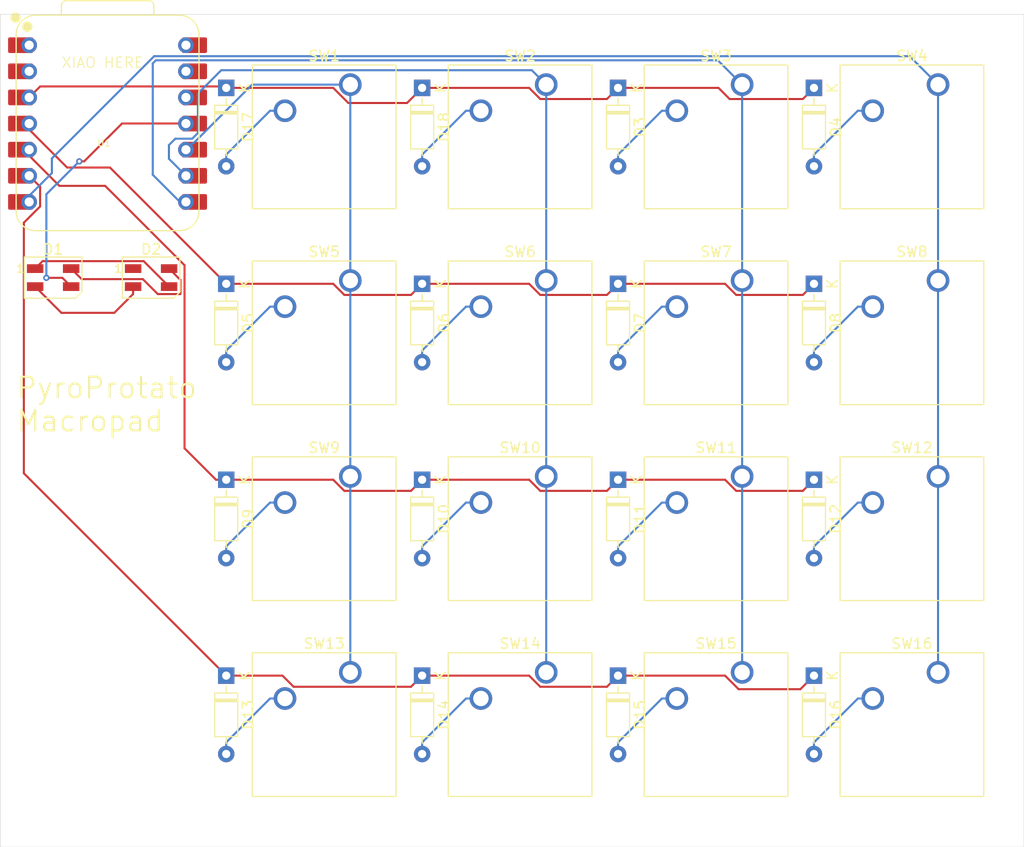
<source format=kicad_pcb>
(kicad_pcb (version 20240108) (generator "pcbnew") (generator_version "8.0")
  (layers (0 "F.Cu" signal) (31 "B.Cu" signal) (34 "B.Paste" user) (35 "F.Paste" user) (36 "B.SilkS" user "B.Silkscreen") (37 "F.SilkS" user "F.Silkscreen") (38 "B.Mask" user) (39 "F.Mask" user) (44 "Edge.Cuts" user))
  (net 0 "")
  (net 1 "Net-(D1-DIN)")
  (net 2 "+5V")
  (net 3 "GND")
  (net 4 "Net-(D1-DOUT)")
  (net 6 "Net-(U1-GPIO0{slash}TX)")
  (net 7 "Net-(U1-GPIO1{slash}RX)")
  (net 8 "Net-(U1-GPIO2{slash}SCK)")
  (net 9 "Net-(U1-GPIO4{slash}MISO)")
  (net 13 "Net-(D3-A)")
  (net 14 "Net-(D17-K)")
  (net 15 "Net-(D4-A)")
  (net 16 "Net-(D5-K)")
  (net 17 "Net-(D5-A)")
  (net 18 "Net-(D6-A)")
  (net 19 "Net-(D7-A)")
  (net 20 "Net-(D8-A)")
  (net 21 "Net-(D9-A)")
  (net 22 "Net-(D10-K)")
  (net 23 "Net-(D10-A)")
  (net 24 "Net-(D11-A)")
  (net 25 "Net-(D12-A)")
  (net 26 "Net-(D13-A)")
  (net 27 "Net-(D13-K)")
  (net 28 "Net-(D14-A)")
  (net 29 "Net-(D15-A)")
  (net 30 "Net-(D16-A)")
  (net 31 "Net-(D17-A)")
  (net 32 "Net-(D18-A)")
  (footprint "Diode_THT:D_DO-35_SOD27_P7.62mm_Horizontal" (layer "F.Cu") (at 109.5375 59.53125 -90)
    (property "Reference" "D18" (at 3.81 -2.12 90) (layer "F.SilkS"))
    (property "Value" "D")
    (fp_text user "K" (at 0 -1.8 90) (layer "F.SilkS"))
    (pad "1" thru_hole rect (at 0 0 270) (size 1.6 1.6) (drill 0.8) (layers "*.Cu" "*.Mask") (net 14 "Net-(D17-K)"))
    (pad "2" thru_hole oval (at 7.62 0 270) (size 1.6 1.6) (drill 0.8) (layers "*.Cu" "*.Mask") (net 32 "Net-(D18-A)"))
  )
  (footprint "Diode_THT:D_DO-35_SOD27_P7.62mm_Horizontal" (layer "F.Cu") (at 90.4875 78.58125 -90)
    (property "Reference" "D5" (at 3.81 -2.12 90) (layer "F.SilkS"))
    (property "Value" "D")
    (fp_text user "K" (at 0 -1.8 90) (layer "F.SilkS"))
    (pad "1" thru_hole rect (at 0 0 270) (size 1.6 1.6) (drill 0.8) (layers "*.Cu" "*.Mask") (net 16 "Net-(D5-K)"))
    (pad "2" thru_hole oval (at 7.62 0 270) (size 1.6 1.6) (drill 0.8) (layers "*.Cu" "*.Mask") (net 17 "Net-(D5-A)"))
  )
  (footprint "Button_Switch_Keyboard:SW_Cherry_MX_1.00u_PCB" (layer "F.Cu") (at 140.6525 116.36375)
    (property "Reference" "SW15" (at -2.54 -2.794 0) (layer "F.SilkS"))
    (property "Value" "SW_Push")
    (pad "" np_thru_hole circle (at -7.62 5.08) (size 1.7 1.7) (drill 1.7) (layers "*.Cu" "*.Mask"))
    (pad "" np_thru_hole circle (at -2.54 5.08) (size 4 4) (drill 4) (layers "*.Cu" "*.Mask"))
    (pad "" np_thru_hole circle (at 2.54 5.08) (size 1.7 1.7) (drill 1.7) (layers "*.Cu" "*.Mask"))
    (pad "1" thru_hole circle (at 0 0) (size 2.2 2.2) (drill 1.5) (layers "*.Cu" "*.Mask") (net 7 "Net-(U1-GPIO1{slash}RX)"))
    (pad "2" thru_hole circle (at -6.35 2.54) (size 2.2 2.2) (drill 1.5) (layers "*.Cu" "*.Mask") (net 29 "Net-(D15-A)"))
  )
  (footprint "Diode_THT:D_DO-35_SOD27_P7.62mm_Horizontal" (layer "F.Cu") (at 128.5875 59.53125 -90)
    (property "Reference" "D3" (at 3.81 -2.12 90) (layer "F.SilkS"))
    (property "Value" "D")
    (fp_text user "K" (at 0 -1.8 90) (layer "F.SilkS"))
    (pad "1" thru_hole rect (at 0 0 270) (size 1.6 1.6) (drill 0.8) (layers "*.Cu" "*.Mask") (net 14 "Net-(D17-K)"))
    (pad "2" thru_hole oval (at 7.62 0 270) (size 1.6 1.6) (drill 0.8) (layers "*.Cu" "*.Mask") (net 13 "Net-(D3-A)"))
  )
  (footprint "Diode_THT:D_DO-35_SOD27_P7.62mm_Horizontal" (layer "F.Cu") (at 147.6375 116.68125 -90)
    (property "Reference" "D16" (at 3.81 -2.12 90) (layer "F.SilkS"))
    (property "Value" "D")
    (fp_text user "K" (at 0 -1.8 90) (layer "F.SilkS"))
    (pad "1" thru_hole rect (at 0 0 270) (size 1.6 1.6) (drill 0.8) (layers "*.Cu" "*.Mask") (net 27 "Net-(D13-K)"))
    (pad "2" thru_hole oval (at 7.62 0 270) (size 1.6 1.6) (drill 0.8) (layers "*.Cu" "*.Mask") (net 30 "Net-(D16-A)"))
  )
  (footprint "Button_Switch_Keyboard:SW_Cherry_MX_1.00u_PCB" (layer "F.Cu") (at 102.5525 59.21375)
    (property "Reference" "SW1" (at -2.54 -2.794 0) (layer "F.SilkS"))
    (property "Value" "SW_Push")
    (pad "" np_thru_hole circle (at -7.62 5.08) (size 1.7 1.7) (drill 1.7) (layers "*.Cu" "*.Mask"))
    (pad "" np_thru_hole circle (at -2.54 5.08) (size 4 4) (drill 4) (layers "*.Cu" "*.Mask"))
    (pad "" np_thru_hole circle (at 2.54 5.08) (size 1.7 1.7) (drill 1.7) (layers "*.Cu" "*.Mask"))
    (pad "1" thru_hole circle (at 0 0) (size 2.2 2.2) (drill 1.5) (layers "*.Cu" "*.Mask") (net 9 "Net-(U1-GPIO4{slash}MISO)"))
    (pad "2" thru_hole circle (at -6.35 2.54) (size 2.2 2.2) (drill 1.5) (layers "*.Cu" "*.Mask") (net 31 "Net-(D17-A)"))
  )
  (footprint "Button_Switch_Keyboard:SW_Cherry_MX_1.00u_PCB" (layer "F.Cu") (at 102.5525 97.31375)
    (property "Reference" "SW9" (at -2.54 -2.794 0) (layer "F.SilkS"))
    (property "Value" "SW_Push")
    (pad "" np_thru_hole circle (at -7.62 5.08) (size 1.7 1.7) (drill 1.7) (layers "*.Cu" "*.Mask"))
    (pad "" np_thru_hole circle (at -2.54 5.08) (size 4 4) (drill 4) (layers "*.Cu" "*.Mask"))
    (pad "" np_thru_hole circle (at 2.54 5.08) (size 1.7 1.7) (drill 1.7) (layers "*.Cu" "*.Mask"))
    (pad "1" thru_hole circle (at 0 0) (size 2.2 2.2) (drill 1.5) (layers "*.Cu" "*.Mask") (net 9 "Net-(U1-GPIO4{slash}MISO)"))
    (pad "2" thru_hole circle (at -6.35 2.54) (size 2.2 2.2) (drill 1.5) (layers "*.Cu" "*.Mask") (net 21 "Net-(D9-A)"))
  )
  (footprint "Button_Switch_Keyboard:SW_Cherry_MX_1.00u_PCB" (layer "F.Cu") (at 159.7025 116.36375)
    (property "Reference" "SW16" (at -2.54 -2.794 0) (layer "F.SilkS"))
    (property "Value" "SW_Push")
    (pad "" np_thru_hole circle (at -7.62 5.08) (size 1.7 1.7) (drill 1.7) (layers "*.Cu" "*.Mask"))
    (pad "" np_thru_hole circle (at -2.54 5.08) (size 4 4) (drill 4) (layers "*.Cu" "*.Mask"))
    (pad "" np_thru_hole circle (at 2.54 5.08) (size 1.7 1.7) (drill 1.7) (layers "*.Cu" "*.Mask"))
    (pad "1" thru_hole circle (at 0 0) (size 2.2 2.2) (drill 1.5) (layers "*.Cu" "*.Mask") (net 6 "Net-(U1-GPIO0{slash}TX)"))
    (pad "2" thru_hole circle (at -6.35 2.54) (size 2.2 2.2) (drill 1.5) (layers "*.Cu" "*.Mask") (net 30 "Net-(D16-A)"))
  )
  (footprint "Diode_THT:D_DO-35_SOD27_P7.62mm_Horizontal" (layer "F.Cu") (at 147.6375 59.53125 -90)
    (property "Reference" "D4" (at 3.81 -2.12 90) (layer "F.SilkS"))
    (property "Value" "D")
    (fp_text user "K" (at 0 -1.8 90) (layer "F.SilkS"))
    (pad "1" thru_hole rect (at 0 0 270) (size 1.6 1.6) (drill 0.8) (layers "*.Cu" "*.Mask") (net 14 "Net-(D17-K)"))
    (pad "2" thru_hole oval (at 7.62 0 270) (size 1.6 1.6) (drill 0.8) (layers "*.Cu" "*.Mask") (net 15 "Net-(D4-A)"))
  )
  (footprint "Button_Switch_Keyboard:SW_Cherry_MX_1.00u_PCB" (layer "F.Cu") (at 140.6525 59.21375)
    (property "Reference" "SW3" (at -2.54 -2.794 0) (layer "F.SilkS"))
    (property "Value" "SW_Push")
    (pad "" np_thru_hole circle (at -7.62 5.08) (size 1.7 1.7) (drill 1.7) (layers "*.Cu" "*.Mask"))
    (pad "" np_thru_hole circle (at -2.54 5.08) (size 4 4) (drill 4) (layers "*.Cu" "*.Mask"))
    (pad "" np_thru_hole circle (at 2.54 5.08) (size 1.7 1.7) (drill 1.7) (layers "*.Cu" "*.Mask"))
    (pad "1" thru_hole circle (at 0 0) (size 2.2 2.2) (drill 1.5) (layers "*.Cu" "*.Mask") (net 7 "Net-(U1-GPIO1{slash}RX)"))
    (pad "2" thru_hole circle (at -6.35 2.54) (size 2.2 2.2) (drill 1.5) (layers "*.Cu" "*.Mask") (net 13 "Net-(D3-A)"))
  )
  (footprint "Diode_THT:D_DO-35_SOD27_P7.62mm_Horizontal" (layer "F.Cu") (at 109.5375 97.63125 -90)
    (property "Reference" "D10" (at 3.81 -2.12 90) (layer "F.SilkS"))
    (property "Value" "D")
    (fp_text user "K" (at 0 -1.8 90) (layer "F.SilkS"))
    (pad "1" thru_hole rect (at 0 0 270) (size 1.6 1.6) (drill 0.8) (layers "*.Cu" "*.Mask") (net 22 "Net-(D10-K)"))
    (pad "2" thru_hole oval (at 7.62 0 270) (size 1.6 1.6) (drill 0.8) (layers "*.Cu" "*.Mask") (net 23 "Net-(D10-A)"))
  )
  (footprint "Button_Switch_Keyboard:SW_Cherry_MX_1.00u_PCB" (layer "F.Cu") (at 121.6025 78.26375)
    (property "Reference" "SW6" (at -2.54 -2.794 0) (layer "F.SilkS"))
    (property "Value" "SW_Push")
    (pad "" np_thru_hole circle (at -7.62 5.08) (size 1.7 1.7) (drill 1.7) (layers "*.Cu" "*.Mask"))
    (pad "" np_thru_hole circle (at -2.54 5.08) (size 4 4) (drill 4) (layers "*.Cu" "*.Mask"))
    (pad "" np_thru_hole circle (at 2.54 5.08) (size 1.7 1.7) (drill 1.7) (layers "*.Cu" "*.Mask"))
    (pad "1" thru_hole circle (at 0 0) (size 2.2 2.2) (drill 1.5) (layers "*.Cu" "*.Mask") (net 8 "Net-(U1-GPIO2{slash}SCK)"))
    (pad "2" thru_hole circle (at -6.35 2.54) (size 2.2 2.2) (drill 1.5) (layers "*.Cu" "*.Mask") (net 18 "Net-(D6-A)"))
  )
  (footprint "Button_Switch_Keyboard:SW_Cherry_MX_1.00u_PCB" (layer "F.Cu") (at 121.6025 97.31375)
    (property "Reference" "SW10" (at -2.54 -2.794 0) (layer "F.SilkS"))
    (property "Value" "SW_Push")
    (pad "" np_thru_hole circle (at -7.62 5.08) (size 1.7 1.7) (drill 1.7) (layers "*.Cu" "*.Mask"))
    (pad "" np_thru_hole circle (at -2.54 5.08) (size 4 4) (drill 4) (layers "*.Cu" "*.Mask"))
    (pad "" np_thru_hole circle (at 2.54 5.08) (size 1.7 1.7) (drill 1.7) (layers "*.Cu" "*.Mask"))
    (pad "1" thru_hole circle (at 0 0) (size 2.2 2.2) (drill 1.5) (layers "*.Cu" "*.Mask") (net 8 "Net-(U1-GPIO2{slash}SCK)"))
    (pad "2" thru_hole circle (at -6.35 2.54) (size 2.2 2.2) (drill 1.5) (layers "*.Cu" "*.Mask") (net 23 "Net-(D10-A)"))
  )
  (footprint "Button_Switch_Keyboard:SW_Cherry_MX_1.00u_PCB" (layer "F.Cu") (at 102.5525 78.26375)
    (property "Reference" "SW5" (at -2.54 -2.794 0) (layer "F.SilkS"))
    (property "Value" "SW_Push")
    (pad "" np_thru_hole circle (at -7.62 5.08) (size 1.7 1.7) (drill 1.7) (layers "*.Cu" "*.Mask"))
    (pad "" np_thru_hole circle (at -2.54 5.08) (size 4 4) (drill 4) (layers "*.Cu" "*.Mask"))
    (pad "" np_thru_hole circle (at 2.54 5.08) (size 1.7 1.7) (drill 1.7) (layers "*.Cu" "*.Mask"))
    (pad "1" thru_hole circle (at 0 0) (size 2.2 2.2) (drill 1.5) (layers "*.Cu" "*.Mask") (net 9 "Net-(U1-GPIO4{slash}MISO)"))
    (pad "2" thru_hole circle (at -6.35 2.54) (size 2.2 2.2) (drill 1.5) (layers "*.Cu" "*.Mask") (net 17 "Net-(D5-A)"))
  )
  (footprint "Diode_THT:D_DO-35_SOD27_P7.62mm_Horizontal" (layer "F.Cu") (at 128.5875 78.58125 -90)
    (property "Reference" "D7" (at 3.81 -2.12 90) (layer "F.SilkS"))
    (property "Value" "D")
    (fp_text user "K" (at 0 -1.8 90) (layer "F.SilkS"))
    (pad "1" thru_hole rect (at 0 0 270) (size 1.6 1.6) (drill 0.8) (layers "*.Cu" "*.Mask") (net 16 "Net-(D5-K)"))
    (pad "2" thru_hole oval (at 7.62 0 270) (size 1.6 1.6) (drill 0.8) (layers "*.Cu" "*.Mask") (net 19 "Net-(D7-A)"))
  )
  (footprint "Diode_THT:D_DO-35_SOD27_P7.62mm_Horizontal" (layer "F.Cu") (at 109.5375 78.58125 -90)
    (property "Reference" "D6" (at 3.81 -2.12 90) (layer "F.SilkS"))
    (property "Value" "D")
    (fp_text user "K" (at 0 -1.8 90) (layer "F.SilkS"))
    (pad "1" thru_hole rect (at 0 0 270) (size 1.6 1.6) (drill 0.8) (layers "*.Cu" "*.Mask") (net 16 "Net-(D5-K)"))
    (pad "2" thru_hole oval (at 7.62 0 270) (size 1.6 1.6) (drill 0.8) (layers "*.Cu" "*.Mask") (net 18 "Net-(D6-A)"))
  )
  (footprint "Diode_THT:D_DO-35_SOD27_P7.62mm_Horizontal" (layer "F.Cu") (at 109.5375 116.68125 -90)
    (property "Reference" "D14" (at 3.81 -2.12 90) (layer "F.SilkS"))
    (property "Value" "D")
    (fp_text user "K" (at 0 -1.8 90) (layer "F.SilkS"))
    (pad "1" thru_hole rect (at 0 0 270) (size 1.6 1.6) (drill 0.8) (layers "*.Cu" "*.Mask") (net 27 "Net-(D13-K)"))
    (pad "2" thru_hole oval (at 7.62 0 270) (size 1.6 1.6) (drill 0.8) (layers "*.Cu" "*.Mask") (net 28 "Net-(D14-A)"))
  )
  (footprint "Diode_THT:D_DO-35_SOD27_P7.62mm_Horizontal" (layer "F.Cu") (at 147.6375 78.58125 -90)
    (property "Reference" "D8" (at 3.81 -2.12 90) (layer "F.SilkS"))
    (property "Value" "D")
    (fp_text user "K" (at 0 -1.8 90) (layer "F.SilkS"))
    (pad "1" thru_hole rect (at 0 0 270) (size 1.6 1.6) (drill 0.8) (layers "*.Cu" "*.Mask") (net 16 "Net-(D5-K)"))
    (pad "2" thru_hole oval (at 7.62 0 270) (size 1.6 1.6) (drill 0.8) (layers "*.Cu" "*.Mask") (net 20 "Net-(D8-A)"))
  )
  (footprint "Diode_THT:D_DO-35_SOD27_P7.62mm_Horizontal" (layer "F.Cu") (at 147.6375 97.63125 -90)
    (property "Reference" "D12" (at 3.81 -2.12 90) (layer "F.SilkS"))
    (property "Value" "D")
    (fp_text user "K" (at 0 -1.8 90) (layer "F.SilkS"))
    (pad "1" thru_hole rect (at 0 0 270) (size 1.6 1.6) (drill 0.8) (layers "*.Cu" "*.Mask") (net 22 "Net-(D10-K)"))
    (pad "2" thru_hole oval (at 7.62 0 270) (size 1.6 1.6) (drill 0.8) (layers "*.Cu" "*.Mask") (net 25 "Net-(D12-A)"))
  )
  (footprint "Button_Switch_Keyboard:SW_Cherry_MX_1.00u_PCB" (layer "F.Cu") (at 140.6525 78.26375)
    (property "Reference" "SW7" (at -2.54 -2.794 0) (layer "F.SilkS"))
    (property "Value" "SW_Push")
    (pad "" np_thru_hole circle (at -7.62 5.08) (size 1.7 1.7) (drill 1.7) (layers "*.Cu" "*.Mask"))
    (pad "" np_thru_hole circle (at -2.54 5.08) (size 4 4) (drill 4) (layers "*.Cu" "*.Mask"))
    (pad "" np_thru_hole circle (at 2.54 5.08) (size 1.7 1.7) (drill 1.7) (layers "*.Cu" "*.Mask"))
    (pad "1" thru_hole circle (at 0 0) (size 2.2 2.2) (drill 1.5) (layers "*.Cu" "*.Mask") (net 7 "Net-(U1-GPIO1{slash}RX)"))
    (pad "2" thru_hole circle (at -6.35 2.54) (size 2.2 2.2) (drill 1.5) (layers "*.Cu" "*.Mask") (net 19 "Net-(D7-A)"))
  )
  (footprint "Button_Switch_Keyboard:SW_Cherry_MX_1.00u_PCB" (layer "F.Cu") (at 121.6025 59.21375)
    (property "Reference" "SW2" (at -2.54 -2.794 0) (layer "F.SilkS"))
    (property "Value" "SW_Push")
    (pad "" np_thru_hole circle (at -7.62 5.08) (size 1.7 1.7) (drill 1.7) (layers "*.Cu" "*.Mask"))
    (pad "" np_thru_hole circle (at -2.54 5.08) (size 4 4) (drill 4) (layers "*.Cu" "*.Mask"))
    (pad "" np_thru_hole circle (at 2.54 5.08) (size 1.7 1.7) (drill 1.7) (layers "*.Cu" "*.Mask"))
    (pad "1" thru_hole circle (at 0 0) (size 2.2 2.2) (drill 1.5) (layers "*.Cu" "*.Mask") (net 8 "Net-(U1-GPIO2{slash}SCK)"))
    (pad "2" thru_hole circle (at -6.35 2.54) (size 2.2 2.2) (drill 1.5) (layers "*.Cu" "*.Mask") (net 32 "Net-(D18-A)"))
  )
  (footprint "LED_SMD:LED_SK6812MINI_PLCC4_3.5x3.5mm_P1.75mm" (layer "F.Cu") (at 73.66 77.978)
    (property "Reference" "D1" (at 0 -2.75 0) (layer "F.SilkS"))
    (property "Value" "SK6812MINI")
    (fp_text user "1" (at -3.2 -0.875 0) (layer "F.SilkS") (effects (font (size 0.8 0.8))))
    (pad "1" smd rect (at -1.75 -0.875) (size 1.6 0.85) (layers "F.Cu" "F.Paste" "F.Mask") (net 4 "Net-(D1-DOUT)"))
    (pad "2" smd rect (at -1.75 0.875) (size 1.6 0.85) (layers "F.Cu" "F.Paste" "F.Mask") (net 3 "GND"))
    (pad "3" smd rect (at 1.75 0.875) (size 1.6 0.85) (layers "F.Cu" "F.Paste" "F.Mask") (net 1 "Net-(D1-DIN)"))
    (pad "4" smd rect (at 1.75 -0.875) (size 1.6 0.85) (layers "F.Cu" "F.Paste" "F.Mask") (net 2 "+5V"))
  )
  (footprint "Button_Switch_Keyboard:SW_Cherry_MX_1.00u_PCB" (layer "F.Cu") (at 140.6525 97.31375)
    (property "Reference" "SW11" (at -2.54 -2.794 0) (layer "F.SilkS"))
    (property "Value" "SW_Push")
    (pad "" np_thru_hole circle (at -7.62 5.08) (size 1.7 1.7) (drill 1.7) (layers "*.Cu" "*.Mask"))
    (pad "" np_thru_hole circle (at -2.54 5.08) (size 4 4) (drill 4) (layers "*.Cu" "*.Mask"))
    (pad "" np_thru_hole circle (at 2.54 5.08) (size 1.7 1.7) (drill 1.7) (layers "*.Cu" "*.Mask"))
    (pad "1" thru_hole circle (at 0 0) (size 2.2 2.2) (drill 1.5) (layers "*.Cu" "*.Mask") (net 7 "Net-(U1-GPIO1{slash}RX)"))
    (pad "2" thru_hole circle (at -6.35 2.54) (size 2.2 2.2) (drill 1.5) (layers "*.Cu" "*.Mask") (net 24 "Net-(D11-A)"))
  )
  (footprint "LED_SMD:LED_SK6812MINI_PLCC4_3.5x3.5mm_P1.75mm" (layer "F.Cu") (at 83.185 77.978)
    (property "Reference" "D2" (at 0 -2.75 0) (layer "F.SilkS"))
    (property "Value" "SK6812MINI")
    (fp_text user "1" (at -3.2 -0.875 0) (layer "F.SilkS") (effects (font (size 0.8 0.8))))
    (pad "1" smd rect (at -1.75 -0.875) (size 1.6 0.85) (layers "F.Cu" "F.Paste" "F.Mask"))
    (pad "2" smd rect (at -1.75 0.875) (size 1.6 0.85) (layers "F.Cu" "F.Paste" "F.Mask") (net 3 "GND"))
    (pad "3" smd rect (at 1.75 0.875) (size 1.6 0.85) (layers "F.Cu" "F.Paste" "F.Mask") (net 4 "Net-(D1-DOUT)"))
    (pad "4" smd rect (at 1.75 -0.875) (size 1.6 0.85) (layers "F.Cu" "F.Paste" "F.Mask") (net 2 "+5V"))
  )
  (footprint "Diode_THT:D_DO-35_SOD27_P7.62mm_Horizontal" (layer "F.Cu") (at 90.4875 116.68125 -90)
    (property "Reference" "D13" (at 3.81 -2.12 90) (layer "F.SilkS"))
    (property "Value" "D")
    (fp_text user "K" (at 0 -1.8 90) (layer "F.SilkS"))
    (pad "1" thru_hole rect (at 0 0 270) (size 1.6 1.6) (drill 0.8) (layers "*.Cu" "*.Mask") (net 27 "Net-(D13-K)"))
    (pad "2" thru_hole oval (at 7.62 0 270) (size 1.6 1.6) (drill 0.8) (layers "*.Cu" "*.Mask") (net 26 "Net-(D13-A)"))
  )
  (footprint "Diode_THT:D_DO-35_SOD27_P7.62mm_Horizontal" (layer "F.Cu") (at 90.4875 97.63125 -90)
    (property "Reference" "D9" (at 3.81 -2.12 90) (layer "F.SilkS"))
    (property "Value" "D")
    (fp_text user "K" (at 0 -1.8 90) (layer "F.SilkS"))
    (pad "1" thru_hole rect (at 0 0 270) (size 1.6 1.6) (drill 0.8) (layers "*.Cu" "*.Mask") (net 22 "Net-(D10-K)"))
    (pad "2" thru_hole oval (at 7.62 0 270) (size 1.6 1.6) (drill 0.8) (layers "*.Cu" "*.Mask") (net 21 "Net-(D9-A)"))
  )
  (footprint "Diode_THT:D_DO-35_SOD27_P7.62mm_Horizontal" (layer "F.Cu") (at 90.4875 59.53125 -90)
    (property "Reference" "D17" (at 3.81 -2.12 90) (layer "F.SilkS"))
    (property "Value" "D")
    (fp_text user "K" (at 0 -1.8 90) (layer "F.SilkS"))
    (pad "1" thru_hole rect (at 0 0 270) (size 1.6 1.6) (drill 0.8) (layers "*.Cu" "*.Mask") (net 14 "Net-(D17-K)"))
    (pad "2" thru_hole oval (at 7.62 0 270) (size 1.6 1.6) (drill 0.8) (layers "*.Cu" "*.Mask") (net 31 "Net-(D17-A)"))
  )
  (footprint "Button_Switch_Keyboard:SW_Cherry_MX_1.00u_PCB" (layer "F.Cu") (at 121.6025 116.36375)
    (property "Reference" "SW14" (at -2.54 -2.794 0) (layer "F.SilkS"))
    (property "Value" "SW_Push")
    (pad "" np_thru_hole circle (at -7.62 5.08) (size 1.7 1.7) (drill 1.7) (layers "*.Cu" "*.Mask"))
    (pad "" np_thru_hole circle (at -2.54 5.08) (size 4 4) (drill 4) (layers "*.Cu" "*.Mask"))
    (pad "" np_thru_hole circle (at 2.54 5.08) (size 1.7 1.7) (drill 1.7) (layers "*.Cu" "*.Mask"))
    (pad "1" thru_hole circle (at 0 0) (size 2.2 2.2) (drill 1.5) (layers "*.Cu" "*.Mask") (net 8 "Net-(U1-GPIO2{slash}SCK)"))
    (pad "2" thru_hole circle (at -6.35 2.54) (size 2.2 2.2) (drill 1.5) (layers "*.Cu" "*.Mask") (net 28 "Net-(D14-A)"))
  )
  (footprint "Button_Switch_Keyboard:SW_Cherry_MX_1.00u_PCB" (layer "F.Cu") (at 159.7025 59.21375)
    (property "Reference" "SW4" (at -2.54 -2.794 0) (layer "F.SilkS"))
    (property "Value" "SW_Push")
    (pad "" np_thru_hole circle (at -7.62 5.08) (size 1.7 1.7) (drill 1.7) (layers "*.Cu" "*.Mask"))
    (pad "" np_thru_hole circle (at -2.54 5.08) (size 4 4) (drill 4) (layers "*.Cu" "*.Mask"))
    (pad "" np_thru_hole circle (at 2.54 5.08) (size 1.7 1.7) (drill 1.7) (layers "*.Cu" "*.Mask"))
    (pad "1" thru_hole circle (at 0 0) (size 2.2 2.2) (drill 1.5) (layers "*.Cu" "*.Mask") (net 6 "Net-(U1-GPIO0{slash}TX)"))
    (pad "2" thru_hole circle (at -6.35 2.54) (size 2.2 2.2) (drill 1.5) (layers "*.Cu" "*.Mask") (net 15 "Net-(D4-A)"))
  )
  (footprint "Diode_THT:D_DO-35_SOD27_P7.62mm_Horizontal" (layer "F.Cu") (at 128.5875 116.68125 -90)
    (property "Reference" "D15" (at 3.81 -2.12 90) (layer "F.SilkS"))
    (property "Value" "D")
    (fp_text user "K" (at 0 -1.8 90) (layer "F.SilkS"))
    (pad "1" thru_hole rect (at 0 0 270) (size 1.6 1.6) (drill 0.8) (layers "*.Cu" "*.Mask") (net 27 "Net-(D13-K)"))
    (pad "2" thru_hole oval (at 7.62 0 270) (size 1.6 1.6) (drill 0.8) (layers "*.Cu" "*.Mask") (net 29 "Net-(D15-A)"))
  )
  (footprint "Button_Switch_Keyboard:SW_Cherry_MX_1.00u_PCB" (layer "F.Cu") (at 159.7025 97.31375)
    (property "Reference" "SW12" (at -2.54 -2.794 0) (layer "F.SilkS"))
    (property "Value" "SW_Push")
    (pad "" np_thru_hole circle (at -7.62 5.08) (size 1.7 1.7) (drill 1.7) (layers "*.Cu" "*.Mask"))
    (pad "" np_thru_hole circle (at -2.54 5.08) (size 4 4) (drill 4) (layers "*.Cu" "*.Mask"))
    (pad "" np_thru_hole circle (at 2.54 5.08) (size 1.7 1.7) (drill 1.7) (layers "*.Cu" "*.Mask"))
    (pad "1" thru_hole circle (at 0 0) (size 2.2 2.2) (drill 1.5) (layers "*.Cu" "*.Mask") (net 6 "Net-(U1-GPIO0{slash}TX)"))
    (pad "2" thru_hole circle (at -6.35 2.54) (size 2.2 2.2) (drill 1.5) (layers "*.Cu" "*.Mask") (net 25 "Net-(D12-A)"))
  )
  (footprint "Button_Switch_Keyboard:SW_Cherry_MX_1.00u_PCB" (layer "F.Cu") (at 159.7025 78.26375)
    (property "Reference" "SW8" (at -2.54 -2.794 0) (layer "F.SilkS"))
    (property "Value" "SW_Push")
    (pad "" np_thru_hole circle (at -7.62 5.08) (size 1.7 1.7) (drill 1.7) (layers "*.Cu" "*.Mask"))
    (pad "" np_thru_hole circle (at -2.54 5.08) (size 4 4) (drill 4) (layers "*.Cu" "*.Mask"))
    (pad "" np_thru_hole circle (at 2.54 5.08) (size 1.7 1.7) (drill 1.7) (layers "*.Cu" "*.Mask"))
    (pad "1" thru_hole circle (at 0 0) (size 2.2 2.2) (drill 1.5) (layers "*.Cu" "*.Mask") (net 6 "Net-(U1-GPIO0{slash}TX)"))
    (pad "2" thru_hole circle (at -6.35 2.54) (size 2.2 2.2) (drill 1.5) (layers "*.Cu" "*.Mask") (net 20 "Net-(D8-A)"))
  )
  (footprint "Button_Switch_Keyboard:SW_Cherry_MX_1.00u_PCB" (layer "F.Cu") (at 102.5525 116.36375)
    (property "Reference" "SW13" (at -2.54 -2.794 0) (layer "F.SilkS"))
    (property "Value" "SW_Push")
    (pad "" np_thru_hole circle (at -7.62 5.08) (size 1.7 1.7) (drill 1.7) (layers "*.Cu" "*.Mask"))
    (pad "" np_thru_hole circle (at -2.54 5.08) (size 4 4) (drill 4) (layers "*.Cu" "*.Mask"))
    (pad "" np_thru_hole circle (at 2.54 5.08) (size 1.7 1.7) (drill 1.7) (layers "*.Cu" "*.Mask"))
    (pad "1" thru_hole circle (at 0 0) (size 2.2 2.2) (drill 1.5) (layers "*.Cu" "*.Mask") (net 9 "Net-(U1-GPIO4{slash}MISO)"))
    (pad "2" thru_hole circle (at -6.35 2.54) (size 2.2 2.2) (drill 1.5) (layers "*.Cu" "*.Mask") (net 26 "Net-(D13-A)"))
  )
  (footprint "OPL:XIAO-RP2040-DIP" (layer "F.Cu") (at 78.95 63)
    (property "Reference" "U1" (at -0.3425 1.905 0) (layer "F.SilkS") (effects (font (size 0.635 0.635) (thickness 0.1016))))
    (property "Value" "XIAO-RP2040-DIP")
    (pad "1" smd roundrect (at -8.455 -7.62 180) (size 2.432 1.524) (layers "F.Cu" "F.Mask") (roundrect_rratio 0.1))
    (pad "1" thru_hole circle (at -7.62 -7.62 180) (size 1.524 1.524) (drill 0.889) (layers "*.Cu" "*.Mask"))
    (pad "2" smd roundrect (at -8.455 -5.08 180) (size 2.432 1.524) (layers "F.Cu" "F.Mask") (roundrect_rratio 0.1))
    (pad "2" thru_hole circle (at -7.62 -5.08 180) (size 1.524 1.524) (drill 0.889) (layers "*.Cu" "*.Mask"))
    (pad "3" smd roundrect (at -8.455 -2.54 180) (size 2.432 1.524) (layers "F.Cu" "F.Mask") (roundrect_rratio 0.1) (net 14 "Net-(D17-K)"))
    (pad "3" thru_hole circle (at -7.62 -2.54 180) (size 1.524 1.524) (drill 0.889) (layers "*.Cu" "*.Mask") (net 14 "Net-(D17-K)"))
    (pad "4" smd roundrect (at -8.455 0 180) (size 2.432 1.524) (layers "F.Cu" "F.Mask") (roundrect_rratio 0.1) (net 16 "Net-(D5-K)"))
    (pad "4" thru_hole circle (at -7.62 0 180) (size 1.524 1.524) (drill 0.889) (layers "*.Cu" "*.Mask") (net 16 "Net-(D5-K)"))
    (pad "5" smd roundrect (at -8.455 2.54 180) (size 2.432 1.524) (layers "F.Cu" "F.Mask") (roundrect_rratio 0.1) (net 22 "Net-(D10-K)"))
    (pad "5" thru_hole circle (at -7.62 2.54 180) (size 1.524 1.524) (drill 0.889) (layers "*.Cu" "*.Mask") (net 22 "Net-(D10-K)"))
    (pad "6" smd roundrect (at -8.455 5.08 180) (size 2.432 1.524) (layers "F.Cu" "F.Mask") (roundrect_rratio 0.1) (net 27 "Net-(D13-K)"))
    (pad "6" thru_hole circle (at -7.62 5.08 180) (size 1.524 1.524) (drill 0.889) (layers "*.Cu" "*.Mask") (net 27 "Net-(D13-K)"))
    (pad "7" smd roundrect (at -8.455 7.62 180) (size 2.432 1.524) (layers "F.Cu" "F.Mask") (roundrect_rratio 0.1) (net 6 "Net-(U1-GPIO0{slash}TX)"))
    (pad "7" thru_hole circle (at -7.62 7.62 180) (size 1.524 1.524) (drill 0.889) (layers "*.Cu" "*.Mask") (net 6 "Net-(U1-GPIO0{slash}TX)"))
    (pad "8" thru_hole circle (at 7.62 7.62) (size 1.524 1.524) (drill 0.889) (layers "*.Cu" "*.Mask") (net 7 "Net-(U1-GPIO1{slash}RX)"))
    (pad "8" smd roundrect (at 8.455 7.62) (size 2.432 1.524) (layers "F.Cu" "F.Mask") (roundrect_rratio 0.1) (net 7 "Net-(U1-GPIO1{slash}RX)"))
    (pad "9" thru_hole circle (at 7.62 5.08) (size 1.524 1.524) (drill 0.889) (layers "*.Cu" "*.Mask") (net 8 "Net-(U1-GPIO2{slash}SCK)"))
    (pad "9" smd roundrect (at 8.455 5.08) (size 2.432 1.524) (layers "F.Cu" "F.Mask") (roundrect_rratio 0.1) (net 8 "Net-(U1-GPIO2{slash}SCK)"))
    (pad "10" thru_hole circle (at 7.62 2.54) (size 1.524 1.524) (drill 0.889) (layers "*.Cu" "*.Mask") (net 9 "Net-(U1-GPIO4{slash}MISO)"))
    (pad "10" smd roundrect (at 8.455 2.54) (size 2.432 1.524) (layers "F.Cu" "F.Mask") (roundrect_rratio 0.1) (net 9 "Net-(U1-GPIO4{slash}MISO)"))
    (pad "11" thru_hole circle (at 7.62 0) (size 1.524 1.524) (drill 0.889) (layers "*.Cu" "*.Mask") (net 1 "Net-(D1-DIN)"))
    (pad "11" smd roundrect (at 8.455 0) (size 2.432 1.524) (layers "F.Cu" "F.Mask") (roundrect_rratio 0.1) (net 1 "Net-(D1-DIN)"))
    (pad "12" thru_hole circle (at 7.62 -2.54) (size 1.524 1.524) (drill 0.889) (layers "*.Cu" "*.Mask"))
    (pad "12" smd roundrect (at 8.455 -2.54) (size 2.432 1.524) (layers "F.Cu" "F.Mask") (roundrect_rratio 0.1))
    (pad "13" thru_hole circle (at 7.62 -5.08) (size 1.524 1.524) (drill 0.889) (layers "*.Cu" "*.Mask"))
    (pad "13" smd roundrect (at 8.455 -5.08) (size 2.432 1.524) (layers "F.Cu" "F.Mask") (roundrect_rratio 0.1))
    (pad "14" thru_hole circle (at 7.62 -7.62) (size 1.524 1.524) (drill 0.889) (layers "*.Cu" "*.Mask"))
    (pad "14" smd roundrect (at 8.455 -7.62) (size 2.432 1.524) (layers "F.Cu" "F.Mask") (roundrect_rratio 0.1))
  )
  (footprint "Diode_THT:D_DO-35_SOD27_P7.62mm_Horizontal" (layer "F.Cu") (at 128.5875 97.63125 -90)
    (property "Reference" "D11" (at 3.81 -2.12 90) (layer "F.SilkS"))
    (property "Value" "D")
    (fp_text user "K" (at 0 -1.8 90) (layer "F.SilkS"))
    (pad "1" thru_hole rect (at 0 0 270) (size 1.6 1.6) (drill 0.8) (layers "*.Cu" "*.Mask") (net 22 "Net-(D10-K)"))
    (pad "2" thru_hole oval (at 7.62 0 270) (size 1.6 1.6) (drill 0.8) (layers "*.Cu" "*.Mask") (net 24 "Net-(D11-A)"))
  )
  (gr_rect (start 68.5165 52.3875) (end 168.05275 133.35) (stroke (width 0.05)) (fill none) (layer "Edge.Cuts"))
  (gr_text "PyroProtato\nMacropad" (at 69.977 93.091 0) (layer "F.SilkS") (effects (font (size 2 2) (thickness 0.2) (bold yes)) (justify left bottom)))
  (gr_text "XIAO HERE" (at 74.422 57.658 0) (layer "F.SilkS") (effects (font (size 1 1) (thickness 0.1)) (justify left bottom)))
  (segment (start 76.67625 66.675) (end 80.35925 62.992) (width 0.2) (layer "F.Cu") (net 1))
  (segment (start 76.2 66.675) (end 76.67625 66.675) (width 0.2) (layer "F.Cu") (net 1))
  (segment (start 75.41 78.853) (end 74.557 78) (width 0.2) (layer "F.Cu") (net 1))
  (segment (start 80.35925 62.992) (end 86.562 62.992) (width 0.2) (layer "F.Cu") (net 1))
  (segment (start 86.562 62.992) (end 86.57 63) (width 0.2) (layer "F.Cu") (net 1))
  (segment (start 74.557 78) (end 73 78) (width 0.2) (layer "F.Cu") (net 1))
  (via (at 73 78) (size 0.6) (drill 0.3) (layers "F.Cu" "B.Cu") (net 1))
  (via (at 76.2 66.675) (size 0.6) (drill 0.3) (layers "F.Cu" "B.Cu") (net 1))
  (segment (start 73 78) (end 73 69.875) (width 0.2) (layer "B.Cu") (net 1))
  (segment (start 73 69.875) (end 76.2 66.675) (width 0.2) (layer "B.Cu") (net 1))
  (segment (start 82.385 78.128) (end 83.835 79.578) (width 0.2) (layer "F.Cu") (net 2))
  (segment (start 86.035 79.578) (end 86.035 78.203) (width 0.2) (layer "F.Cu") (net 2))
  (segment (start 75.41 77.103) (end 76.435 78.128) (width 0.2) (layer "F.Cu") (net 2))
  (segment (start 86.035 78.203) (end 84.935 77.103) (width 0.2) (layer "F.Cu") (net 2))
  (segment (start 83.835 79.578) (end 86.035 79.578) (width 0.2) (layer "F.Cu") (net 2))
  (segment (start 76.435 78.128) (end 82.385 78.128) (width 0.2) (layer "F.Cu") (net 2))
  (segment (start 74.46 81.403) (end 79.60375 81.403) (width 0.2) (layer "F.Cu") (net 3))
  (segment (start 71.91 78.853) (end 74.46 81.403) (width 0.2) (layer "F.Cu") (net 3))
  (segment (start 81.435 79.57175) (end 81.435 78.853) (width 0.2) (layer "F.Cu") (net 3))
  (segment (start 79.60375 81.403) (end 81.435 79.57175) (width 0.2) (layer "F.Cu") (net 3))
  (segment (start 72.635 76.378) (end 82.46 76.378) (width 0.2) (layer "F.Cu") (net 4))
  (segment (start 71.91 77.103) (end 72.635 76.378) (width 0.2) (layer "F.Cu") (net 4))
  (segment (start 82.46 76.378) (end 84.935 78.853) (width 0.2) (layer "F.Cu") (net 4))
  (segment (start 73.535907 66.392157) (end 73.535907 67.815093) (width 0.2) (layer "B.Cu") (net 6))
  (segment (start 71.33 70.021) (end 71.33 70.62) (width 0.2) (layer "B.Cu") (net 6))
  (segment (start 73.535907 67.815093) (end 71.33 70.021) (width 0.2) (layer "B.Cu") (net 6))
  (segment (start 156.93875 56.45) (end 83.478064 56.45) (width 0.2) (layer "B.Cu") (net 6))
  (segment (start 83.478064 56.45) (end 73.535907 66.392157) (width 0.2) (layer "B.Cu") (net 6))
  (segment (start 159.7025 59.21375) (end 156.93875 56.45) (width 0.2) (layer "B.Cu") (net 6))
  (segment (start 159.7025 59.21375) (end 159.7025 116.36375) (width 0.2) (layer "B.Cu") (net 6))
  (segment (start 83.34375 67.97675) (end 85.987 70.62) (width 0.2) (layer "B.Cu") (net 7))
  (segment (start 83.34375 57.15) (end 83.34375 67.97675) (width 0.2) (layer "B.Cu") (net 7))
  (segment (start 85.987 70.62) (end 86.57 70.62) (width 0.2) (layer "B.Cu") (net 7))
  (segment (start 140.6525 59.21375) (end 140.6525 116.36375) (width 0.2) (layer "B.Cu") (net 7))
  (segment (start 140.6525 59.21375) (end 138.28875 56.85) (width 0.2) (layer "B.Cu") (net 7))
  (segment (start 138.28875 56.85) (end 83.64375 56.85) (width 0.2) (layer "B.Cu") (net 7))
  (segment (start 83.64375 56.85) (end 83.34375 57.15) (width 0.2) (layer "B.Cu") (net 7))
  (segment (start 87.732782 60.085968) (end 87.732782 63.920282) (width 0.2) (layer "B.Cu") (net 8))
  (segment (start 87.183064 64.47) (end 85.539105 64.47) (width 0.2) (layer "B.Cu") (net 8))
  (segment (start 84.917 66.427) (end 86.57 68.08) (width 0.2) (layer "B.Cu") (net 8))
  (segment (start 85.539105 64.47) (end 84.917 65.092105) (width 0.2) (layer "B.Cu") (net 8))
  (segment (start 120.2025 57.81375) (end 90.005 57.81375) (width 0.2) (layer "B.Cu") (net 8))
  (segment (start 121.6025 59.21375) (end 121.6025 116.36375) (width 0.2) (layer "B.Cu") (net 8))
  (segment (start 90.005 57.81375) (end 87.732782 60.085968) (width 0.2) (layer "B.Cu") (net 8))
  (segment (start 87.732782 63.920282) (end 87.183064 64.47) (width 0.2) (layer "B.Cu") (net 8))
  (segment (start 84.917 65.092105) (end 84.917 66.427) (width 0.2) (layer "B.Cu") (net 8))
  (segment (start 121.6025 59.21375) (end 120.2025 57.81375) (width 0.2) (layer "B.Cu") (net 8))
  (segment (start 87.18125 64.92875) (end 86.57 65.54) (width 0.2) (layer "B.Cu") (net 9))
  (segment (start 102.5525 59.21375) (end 102.5525 116.36375) (width 0.2) (layer "B.Cu") (net 9))
  (segment (start 93.005 59.21375) (end 87.29 64.92875) (width 0.2) (layer "B.Cu") (net 9))
  (segment (start 102.5525 59.21375) (end 93.005 59.21375) (width 0.2) (layer "B.Cu") (net 9))
  (segment (start 87.29 64.92875) (end 87.18125 64.92875) (width 0.2) (layer "B.Cu") (net 9))
  (segment (start 132.85363 61.75375) (end 134.3025 61.75375) (width 0.2) (layer "B.Cu") (net 13))
  (segment (start 128.5875 67.15125) (end 128.5875 66.01988) (width 0.2) (layer "B.Cu") (net 13))
  (segment (start 128.5875 66.01988) (end 132.85363 61.75375) (width 0.2) (layer "B.Cu") (net 13))
  (segment (start 146.555 60.61375) (end 147.6375 59.53125) (width 0.2) (layer "F.Cu") (net 14))
  (segment (start 90.34625 59.39) (end 72.4 59.39) (width 0.2) (layer "F.Cu") (net 14))
  (segment (start 139.437601 60.61375) (end 146.555 60.61375) (width 0.2) (layer "F.Cu") (net 14))
  (segment (start 138.355101 59.53125) (end 139.437601 60.61375) (width 0.2) (layer "F.Cu") (net 14))
  (segment (start 128.5875 59.53125) (end 138.355101 59.53125) (width 0.2) (layer "F.Cu") (net 14))
  (segment (start 108.06875 61) (end 109.5375 59.53125) (width 0.2) (layer "F.Cu") (net 14))
  (segment (start 72.4 59.39) (end 71.33 60.46) (width 0.2) (layer "F.Cu") (net 14))
  (segment (start 90.4875 59.53125) (end 90.34625 59.39) (width 0.2) (layer "F.Cu") (net 14))
  (segment (start 100.890101 59.53125) (end 102.358851 61) (width 0.2) (layer "F.Cu") (net 14))
  (segment (start 102.358851 61) (end 108.06875 61) (width 0.2) (layer "F.Cu") (net 14))
  (segment (start 109.5375 59.53125) (end 119.940101 59.53125) (width 0.2) (layer "F.Cu") (net 14))
  (segment (start 119.940101 59.53125) (end 121.022601 60.61375) (width 0.2) (layer "F.Cu") (net 14))
  (segment (start 127.505 60.61375) (end 128.5875 59.53125) (width 0.2) (layer "F.Cu") (net 14))
  (segment (start 90.4875 59.53125) (end 100.890101 59.53125) (width 0.2) (layer "F.Cu") (net 14))
  (segment (start 121.022601 60.61375) (end 127.505 60.61375) (width 0.2) (layer "F.Cu") (net 14))
  (segment (start 147.6375 67.15125) (end 147.6375 66.01988) (width 0.2) (layer "B.Cu") (net 15))
  (segment (start 151.90363 61.75375) (end 153.3525 61.75375) (width 0.2) (layer "B.Cu") (net 15))
  (segment (start 147.6375 66.01988) (end 151.90363 61.75375) (width 0.2) (layer "B.Cu") (net 15))
  (segment (start 127.505 79.66375) (end 128.5875 78.58125) (width 0.2) (layer "F.Cu") (net 16))
  (segment (start 101.972601 79.66375) (end 108.455 79.66375) (width 0.2) (layer "F.Cu") (net 16))
  (segment (start 90.4875 78.58125) (end 79.18125 67.275) (width 0.2) (layer "F.Cu") (net 16))
  (segment (start 119.940101 78.58125) (end 121.022601 79.66375) (width 0.2) (layer "F.Cu") (net 16))
  (segment (start 100.890101 78.58125) (end 101.972601 79.66375) (width 0.2) (layer "F.Cu") (net 16))
  (segment (start 128.5875 78.58125) (end 138.990101 78.58125) (width 0.2) (layer "F.Cu") (net 16))
  (segment (start 121.022601 79.66375) (end 127.505 79.66375) (width 0.2) (layer "F.Cu") (net 16))
  (segment (start 146.555 79.66375) (end 147.6375 78.58125) (width 0.2) (layer "F.Cu") (net 16))
  (segment (start 71.33 63.583) (end 71.33 63) (width 0.2) (layer "F.Cu") (net 16))
  (segment (start 108.455 79.66375) (end 109.5375 78.58125) (width 0.2) (layer "F.Cu") (net 16))
  (segment (start 138.990101 78.58125) (end 140.072601 79.66375) (width 0.2) (layer "F.Cu") (net 16))
  (segment (start 109.5375 78.58125) (end 119.940101 78.58125) (width 0.2) (layer "F.Cu") (net 16))
  (segment (start 75.022 67.275) (end 71.33 63.583) (width 0.2) (layer "F.Cu") (net 16))
  (segment (start 90.4875 78.58125) (end 100.890101 78.58125) (width 0.2) (layer "F.Cu") (net 16))
  (segment (start 79.18125 67.275) (end 75.022 67.275) (width 0.2) (layer "F.Cu") (net 16))
  (segment (start 140.072601 79.66375) (end 146.555 79.66375) (width 0.2) (layer "F.Cu") (net 16))
  (segment (start 90.4875 86.20125) (end 90.4875 85.06988) (width 0.2) (layer "B.Cu") (net 17))
  (segment (start 94.75363 80.80375) (end 96.2025 80.80375) (width 0.2) (layer "B.Cu") (net 17))
  (segment (start 90.4875 85.06988) (end 94.75363 80.80375) (width 0.2) (layer "B.Cu") (net 17))
  (segment (start 109.5375 86.20125) (end 109.5375 85.06988) (width 0.2) (layer "B.Cu") (net 18))
  (segment (start 113.80363 80.80375) (end 115.2525 80.80375) (width 0.2) (layer "B.Cu") (net 18))
  (segment (start 109.5375 85.06988) (end 113.80363 80.80375) (width 0.2) (layer "B.Cu") (net 18))
  (segment (start 128.5875 85.06988) (end 132.85363 80.80375) (width 0.2) (layer "B.Cu") (net 19))
  (segment (start 128.5875 86.20125) (end 128.5875 85.06988) (width 0.2) (layer "B.Cu") (net 19))
  (segment (start 132.85363 80.80375) (end 134.3025 80.80375) (width 0.2) (layer "B.Cu") (net 19))
  (segment (start 147.6375 86.20125) (end 147.6375 85.06988) (width 0.2) (layer "B.Cu") (net 20))
  (segment (start 151.90363 80.80375) (end 153.3525 80.80375) (width 0.2) (layer "B.Cu") (net 20))
  (segment (start 147.6375 85.06988) (end 151.90363 80.80375) (width 0.2) (layer "B.Cu") (net 20))
  (segment (start 90.4875 105.25125) (end 90.4875 104.11988) (width 0.2) (layer "B.Cu") (net 21))
  (segment (start 94.75363 99.85375) (end 96.2025 99.85375) (width 0.2) (layer "B.Cu") (net 21))
  (segment (start 90.4875 104.11988) (end 94.75363 99.85375) (width 0.2) (layer "B.Cu") (net 21))
  (segment (start 101.972601 98.71375) (end 108.455 98.71375) (width 0.2) (layer "F.Cu") (net 22))
  (segment (start 108.455 98.71375) (end 109.5375 97.63125) (width 0.2) (layer "F.Cu") (net 22))
  (segment (start 90.4875 97.63125) (end 89.4875 97.63125) (width 0.2) (layer "F.Cu") (net 22))
  (segment (start 90.4875 97.63125) (end 100.890101 97.63125) (width 0.2) (layer "F.Cu") (net 22))
  (segment (start 78.71325 69.05625) (end 74.26325 69.05625) (width 0.2) (layer "F.Cu") (net 22))
  (segment (start 128.5875 97.63125) (end 138.990101 97.63125) (width 0.2) (layer "F.Cu") (net 22))
  (segment (start 71.33 66.123) (end 71.33 65.54) (width 0.2) (layer "F.Cu") (net 22))
  (segment (start 89.4875 97.63125) (end 86.435 94.57875) (width 0.2) (layer "F.Cu") (net 22))
  (segment (start 119.940101 97.63125) (end 121.022601 98.71375) (width 0.2) (layer "F.Cu") (net 22))
  (segment (start 86.435 94.57875) (end 86.435 76.778) (width 0.2) (layer "F.Cu") (net 22))
  (segment (start 121.022601 98.71375) (end 127.505 98.71375) (width 0.2) (layer "F.Cu") (net 22))
  (segment (start 146.555 98.71375) (end 147.6375 97.63125) (width 0.2) (layer "F.Cu") (net 22))
  (segment (start 74.26325 69.05625) (end 71.33 66.123) (width 0.2) (layer "F.Cu") (net 22))
  (segment (start 127.505 98.71375) (end 128.5875 97.63125) (width 0.2) (layer "F.Cu") (net 22))
  (segment (start 86.435 76.778) (end 78.71325 69.05625) (width 0.2) (layer "F.Cu") (net 22))
  (segment (start 138.990101 97.63125) (end 140.072601 98.71375) (width 0.2) (layer "F.Cu") (net 22))
  (segment (start 140.072601 98.71375) (end 146.555 98.71375) (width 0.2) (layer "F.Cu") (net 22))
  (segment (start 109.5375 97.63125) (end 119.940101 97.63125) (width 0.2) (layer "F.Cu") (net 22))
  (segment (start 100.890101 97.63125) (end 101.972601 98.71375) (width 0.2) (layer "F.Cu") (net 22))
  (segment (start 109.5375 105.25125) (end 109.5375 104.11988) (width 0.2) (layer "B.Cu") (net 23))
  (segment (start 109.5375 104.11988) (end 113.80363 99.85375) (width 0.2) (layer "B.Cu") (net 23))
  (segment (start 113.80363 99.85375) (end 115.2525 99.85375) (width 0.2) (layer "B.Cu") (net 23))
  (segment (start 132.85363 99.85375) (end 134.3025 99.85375) (width 0.2) (layer "B.Cu") (net 24))
  (segment (start 128.5875 105.25125) (end 128.5875 104.11988) (width 0.2) (layer "B.Cu") (net 24))
  (segment (start 128.5875 104.11988) (end 132.85363 99.85375) (width 0.2) (layer "B.Cu") (net 24))
  (segment (start 147.6375 105.25125) (end 147.6375 104.11988) (width 0.2) (layer "B.Cu") (net 25))
  (segment (start 151.90363 99.85375) (end 153.3525 99.85375) (width 0.2) (layer "B.Cu") (net 25))
  (segment (start 147.6375 104.11988) (end 151.90363 99.85375) (width 0.2) (layer "B.Cu") (net 25))
  (segment (start 90.4875 123.16988) (end 94.75363 118.90375) (width 0.2) (layer "B.Cu") (net 26))
  (segment (start 94.75363 118.90375) (end 96.2025 118.90375) (width 0.2) (layer "B.Cu") (net 26))
  (segment (start 90.4875 124.30125) (end 90.4875 123.16988) (width 0.2) (layer "B.Cu") (net 26))
  (segment (start 90.4875 116.68125) (end 95.959899 116.68125) (width 0.2) (layer "F.Cu") (net 27))
  (segment (start 95.959899 116.68125) (end 97.042399 117.76375) (width 0.2) (layer "F.Cu") (net 27))
  (segment (start 90.4875 116.68125) (end 70.81 97.00375) (width 0.2) (layer "F.Cu") (net 27))
  (segment (start 108.455 117.76375) (end 109.5375 116.68125) (width 0.2) (layer "F.Cu") (net 27))
  (segment (start 140.308851 118) (end 146.31875 118) (width 0.2) (layer "F.Cu") (net 27))
  (segment (start 138.990101 116.68125) (end 140.308851 118) (width 0.2) (layer "F.Cu") (net 27))
  (segment (start 70.81 97.00375) (end 70.81 72.641895) (width 0.2) (layer "F.Cu") (net 27))
  (segment (start 72.392 71.059895) (end 72.392 69.142) (width 0.2) (layer "F.Cu") (net 27))
  (segment (start 128.5875 116.68125) (end 138.990101 116.68125) (width 0.2) (layer "F.Cu") (net 27))
  (segment (start 127.505 117.76375) (end 128.5875 116.68125) (width 0.2) (layer "F.Cu") (net 27))
  (segment (start 119.940101 116.68125) (end 121.022601 117.76375) (width 0.2) (layer "F.Cu") (net 27))
  (segment (start 121.022601 117.76375) (end 127.505 117.76375) (width 0.2) (layer "F.Cu") (net 27))
  (segment (start 146.31875 118) (end 147.6375 116.68125) (width 0.2) (layer "F.Cu") (net 27))
  (segment (start 72.392 69.142) (end 71.33 68.08) (width 0.2) (layer "F.Cu") (net 27))
  (segment (start 97.042399 117.76375) (end 108.455 117.76375) (width 0.2) (layer "F.Cu") (net 27))
  (segment (start 70.81 72.641895) (end 72.392 71.059895) (width 0.2) (layer "F.Cu") (net 27))
  (segment (start 109.5375 116.68125) (end 119.940101 116.68125) (width 0.2) (layer "F.Cu") (net 27))
  (segment (start 109.5375 124.30125) (end 109.5375 123.16988) (width 0.2) (layer "B.Cu") (net 28))
  (segment (start 109.5375 123.16988) (end 113.80363 118.90375) (width 0.2) (layer "B.Cu") (net 28))
  (segment (start 113.80363 118.90375) (end 115.2525 118.90375) (width 0.2) (layer "B.Cu") (net 28))
  (segment (start 128.5875 124.30125) (end 128.5875 123.16988) (width 0.2) (layer "B.Cu") (net 29))
  (segment (start 132.85363 118.90375) (end 134.3025 118.90375) (width 0.2) (layer "B.Cu") (net 29))
  (segment (start 128.5875 123.16988) (end 132.85363 118.90375) (width 0.2) (layer "B.Cu") (net 29))
  (segment (start 151.90363 118.90375) (end 153.3525 118.90375) (width 0.2) (layer "B.Cu") (net 30))
  (segment (start 147.6375 123.16988) (end 151.90363 118.90375) (width 0.2) (layer "B.Cu") (net 30))
  (segment (start 147.6375 124.30125) (end 147.6375 123.16988) (width 0.2) (layer "B.Cu") (net 30))
  (segment (start 90.4875 67.15125) (end 90.4875 66.01988) (width 0.2) (layer "B.Cu") (net 31))
  (segment (start 94.75363 61.75375) (end 96.2025 61.75375) (width 0.2) (layer "B.Cu") (net 31))
  (segment (start 90.4875 66.01988) (end 94.75363 61.75375) (width 0.2) (layer "B.Cu") (net 31))
  (segment (start 109.5375 67.15125) (end 109.5375 66.01988) (width 0.2) (layer "B.Cu") (net 32))
  (segment (start 113.80363 61.75375) (end 115.2525 61.75375) (width 0.2) (layer "B.Cu") (net 32))
  (segment (start 109.5375 66.01988) (end 113.80363 61.75375) (width 0.2) (layer "B.Cu") (net 32))
)
</source>
